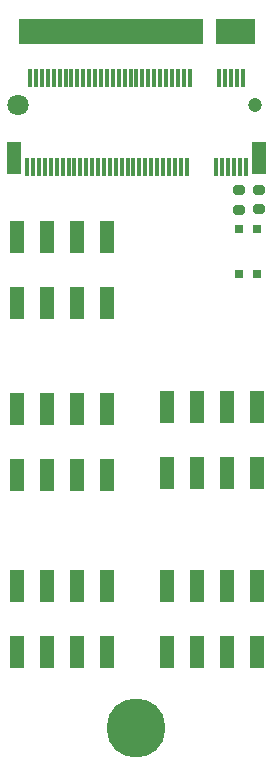
<source format=gbr>
%TF.GenerationSoftware,KiCad,Pcbnew,7.0.5*%
%TF.CreationDate,2023-08-30T17:00:08-05:00*%
%TF.ProjectId,Chimera_Card_Template_2,4368696d-6572-4615-9f43-6172645f5465,rev?*%
%TF.SameCoordinates,Original*%
%TF.FileFunction,Soldermask,Top*%
%TF.FilePolarity,Negative*%
%FSLAX46Y46*%
G04 Gerber Fmt 4.6, Leading zero omitted, Abs format (unit mm)*
G04 Created by KiCad (PCBNEW 7.0.5) date 2023-08-30 17:00:08*
%MOMM*%
%LPD*%
G01*
G04 APERTURE LIST*
G04 Aperture macros list*
%AMRoundRect*
0 Rectangle with rounded corners*
0 $1 Rounding radius*
0 $2 $3 $4 $5 $6 $7 $8 $9 X,Y pos of 4 corners*
0 Add a 4 corners polygon primitive as box body*
4,1,4,$2,$3,$4,$5,$6,$7,$8,$9,$2,$3,0*
0 Add four circle primitives for the rounded corners*
1,1,$1+$1,$2,$3*
1,1,$1+$1,$4,$5*
1,1,$1+$1,$6,$7*
1,1,$1+$1,$8,$9*
0 Add four rect primitives between the rounded corners*
20,1,$1+$1,$2,$3,$4,$5,0*
20,1,$1+$1,$4,$5,$6,$7,0*
20,1,$1+$1,$6,$7,$8,$9,0*
20,1,$1+$1,$8,$9,$2,$3,0*%
G04 Aperture macros list end*
%ADD10C,0.100000*%
%ADD11R,1.270003X2.800000*%
%ADD12C,1.200000*%
%ADD13C,1.800000*%
%ADD14R,0.300000X1.550013*%
%ADD15R,0.300000X1.524003*%
%ADD16R,1.300000X2.800000*%
%ADD17RoundRect,0.200000X-0.275000X0.200000X-0.275000X-0.200000X0.275000X-0.200000X0.275000X0.200000X0*%
%ADD18C,2.900000*%
%ADD19C,5.000000*%
%ADD20R,0.800000X0.800000*%
G04 APERTURE END LIST*
%TO.C,U1*%
D10*
X122425000Y-91900000D02*
X119225000Y-91900000D01*
X119225000Y-89900000D01*
X122425000Y-89900000D01*
X122425000Y-91900000D01*
G36*
X122425000Y-91900000D02*
G01*
X119225000Y-91900000D01*
X119225000Y-89900000D01*
X122425000Y-89900000D01*
X122425000Y-91900000D01*
G37*
X118025000Y-91900000D02*
X102575000Y-91900000D01*
X102575000Y-89900000D01*
X118025000Y-89900000D01*
X118025000Y-91900000D01*
G36*
X118025000Y-91900000D02*
G01*
X102575000Y-91900000D01*
X102575000Y-89900000D01*
X118025000Y-89900000D01*
X118025000Y-91900000D01*
G37*
%TD*%
D11*
%TO.C,X5*%
X107470003Y-108299798D03*
X107470003Y-113900002D03*
X104929997Y-108299798D03*
X104929997Y-113900002D03*
X102389992Y-108299798D03*
X102389992Y-113900002D03*
X110010008Y-113900002D03*
X110010008Y-108305894D03*
%TD*%
%TO.C,X4*%
X122700008Y-122705894D03*
X122700008Y-128300002D03*
X115079992Y-128300002D03*
X115079992Y-122699798D03*
X117619997Y-128300002D03*
X117619997Y-122699798D03*
X120160003Y-128300002D03*
X120160003Y-122699798D03*
%TD*%
%TO.C,X3*%
X107490003Y-122905998D03*
X107490003Y-128506202D03*
X104949997Y-122905998D03*
X104949997Y-128506202D03*
X102409992Y-122905998D03*
X102409992Y-128506202D03*
X110030008Y-128506202D03*
X110030008Y-122912094D03*
%TD*%
%TO.C,X2*%
X122700008Y-137906094D03*
X122700008Y-143500202D03*
X115079992Y-143500202D03*
X115079992Y-137899998D03*
X117619997Y-143500202D03*
X117619997Y-137899998D03*
X120160003Y-143500202D03*
X120160003Y-137899998D03*
%TD*%
%TO.C,X1*%
X107480003Y-137906098D03*
X107480003Y-143506302D03*
X104939997Y-137906098D03*
X104939997Y-143506302D03*
X102399992Y-137906098D03*
X102399992Y-143506302D03*
X110020008Y-143506302D03*
X110020008Y-137912194D03*
%TD*%
D12*
%TO.C,CN1*%
X122499900Y-97125200D03*
D13*
X102499900Y-97125200D03*
D14*
X121749836Y-102400029D03*
X121499900Y-94850117D03*
X121249964Y-102400029D03*
X120999773Y-94850117D03*
X120749836Y-102400029D03*
X120499900Y-94850117D03*
X120249964Y-102400029D03*
X119999773Y-94850117D03*
X119749836Y-102400029D03*
X119499900Y-94850117D03*
X119249964Y-102400029D03*
X116999773Y-94850117D03*
X116749836Y-102400029D03*
X116499900Y-94850117D03*
X116249964Y-102400029D03*
X115999773Y-94850117D03*
X115749836Y-102400029D03*
X115499900Y-94850117D03*
X115249964Y-102400029D03*
X114999773Y-94850117D03*
X114749836Y-102400029D03*
X114499900Y-94850117D03*
X114249964Y-102400029D03*
X113999773Y-94850117D03*
X113749836Y-102400029D03*
X113499900Y-94850117D03*
X113249964Y-102400029D03*
X112999773Y-94850117D03*
X112749836Y-102400029D03*
X112499900Y-94850117D03*
X112249964Y-102400029D03*
X111999773Y-94850117D03*
X111749836Y-102400029D03*
X111499900Y-94850371D03*
X111249964Y-102400029D03*
X110999773Y-94850371D03*
X110749836Y-102400029D03*
X110499900Y-94850371D03*
X110249964Y-102400029D03*
X109999773Y-94850371D03*
X109749836Y-102400029D03*
X109499900Y-94850371D03*
X109249964Y-102400029D03*
X108999773Y-94850371D03*
X108749836Y-102400029D03*
X108499900Y-94850371D03*
X108249964Y-102400029D03*
X107999773Y-94850371D03*
X107749836Y-102400029D03*
X107499900Y-94850371D03*
D15*
X107249964Y-102400283D03*
X106999773Y-94850371D03*
X106749836Y-102400283D03*
X106499900Y-94850371D03*
X106249964Y-102400283D03*
X105999773Y-94850371D03*
X105749836Y-102400283D03*
X105499900Y-94850371D03*
D14*
X105249964Y-102400029D03*
X104999773Y-94850371D03*
X104749836Y-102400029D03*
X104499900Y-94850371D03*
X104249964Y-102400029D03*
X103999773Y-94850371D03*
X103749836Y-102400029D03*
X103499900Y-94850371D03*
X103249964Y-102400029D03*
D16*
X102149887Y-101675111D03*
X122849913Y-101675111D03*
%TD*%
D17*
%TO.C,R1*%
X122850000Y-104350000D03*
X122850000Y-106000000D03*
%TD*%
%TO.C,R2*%
X121200000Y-104375000D03*
X121200000Y-106025000D03*
%TD*%
D18*
%TO.C,H1*%
X112500000Y-149900000D03*
D19*
X112500000Y-149900000D03*
%TD*%
D20*
%TO.C,LED1*%
X122749467Y-107671571D03*
X121150533Y-107678429D03*
%TD*%
%TO.C,LED2*%
X122749467Y-111471571D03*
X121150533Y-111478429D03*
%TD*%
M02*

</source>
